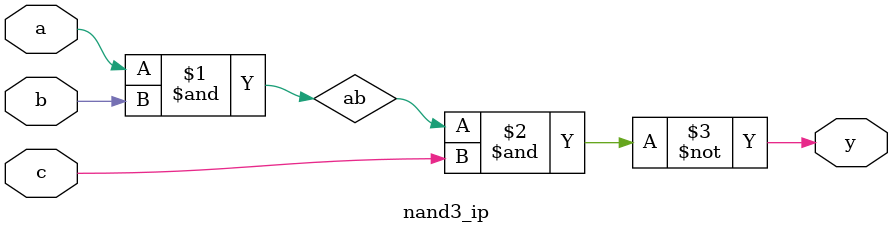
<source format=v>
module nand3_ip(y,a,b,c);
input a,b,c;
output y;

wire ab;

and a1(ab,a,b);
nand na1(y,ab,c);

endmodule
</source>
